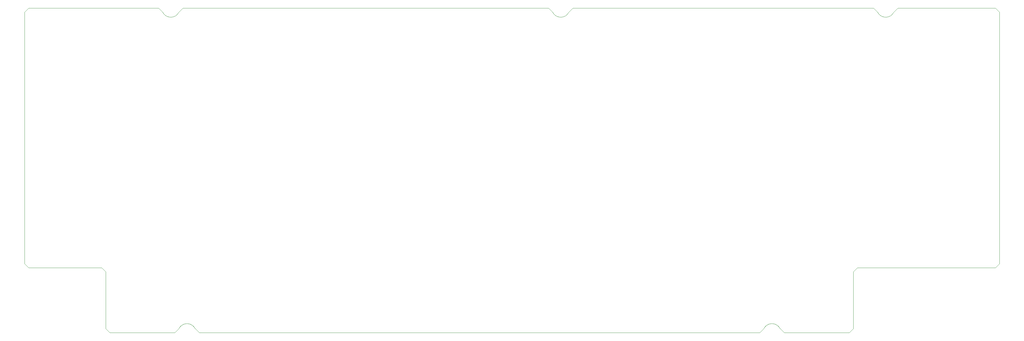
<source format=gbr>
%TF.GenerationSoftware,KiCad,Pcbnew,(7.0.0)*%
%TF.CreationDate,2023-06-17T11:14:13+09:00*%
%TF.ProjectId,Cr0wn60,43723077-6e36-4302-9e6b-696361645f70,rev?*%
%TF.SameCoordinates,Original*%
%TF.FileFunction,Profile,NP*%
%FSLAX46Y46*%
G04 Gerber Fmt 4.6, Leading zero omitted, Abs format (unit mm)*
G04 Created by KiCad (PCBNEW (7.0.0)) date 2023-06-17 11:14:13*
%MOMM*%
%LPD*%
G01*
G04 APERTURE LIST*
%TA.AperFunction,Profile*%
%ADD10C,0.100000*%
%TD*%
G04 APERTURE END LIST*
D10*
X145256250Y8334375D02*
X146446875Y9525000D01*
X241696875Y9525000D02*
X240506250Y8334375D01*
X201215625Y-85725000D02*
X202406250Y-84534375D01*
X8334375Y-66675000D02*
X-13096875Y-66675000D01*
X32146875Y9525000D02*
X139303125Y9525000D01*
X270271875Y-66675000D02*
X229790625Y-66675000D01*
X140493750Y8334375D02*
X139303125Y9525000D01*
X228600000Y-84534375D02*
X227409375Y-85725000D01*
X229790625Y-66675000D02*
X228600000Y-67865625D01*
X241696875Y9525000D02*
X270271875Y9525000D01*
X29765625Y-85725000D02*
X30956250Y-84534375D01*
X26193751Y8334375D02*
G75*
G03*
X30956249Y8334375I2381249J1190626D01*
G01*
X35718750Y-84534375D02*
X36909375Y-85725000D01*
X228600000Y-67865625D02*
X228600000Y-84534375D01*
X207168749Y-84534375D02*
G75*
G03*
X202406251Y-84534375I-2381249J-1190626D01*
G01*
X-14287500Y-65484375D02*
X-14287500Y8334375D01*
X35718749Y-84534375D02*
G75*
G03*
X30956251Y-84534375I-2381249J-1190626D01*
G01*
X9525000Y-67865625D02*
X8334375Y-66675000D01*
X29765625Y-85725000D02*
X10715625Y-85725000D01*
X271462500Y8334375D02*
X271462500Y-65484375D01*
X146446875Y9525000D02*
X234553125Y9525000D01*
X25003125Y9525000D02*
X26193750Y8334375D01*
X234553125Y9525000D02*
X235743750Y8334375D01*
X270271875Y9525000D02*
X271462500Y8334375D01*
X271462500Y-65484375D02*
X270271875Y-66675000D01*
X201215625Y-85725000D02*
X36909375Y-85725000D01*
X235743751Y8334375D02*
G75*
G03*
X240506249Y8334375I2381249J1190626D01*
G01*
X10715625Y-85725000D02*
X9525000Y-84534375D01*
X140493751Y8334375D02*
G75*
G03*
X145256249Y8334375I2381249J1190626D01*
G01*
X207168750Y-84534375D02*
X208359375Y-85725000D01*
X-13096875Y9525000D02*
X25003125Y9525000D01*
X227409375Y-85725000D02*
X208359375Y-85725000D01*
X-13096875Y-66675000D02*
X-14287500Y-65484375D01*
X30956250Y8334375D02*
X32146875Y9525000D01*
X-14287500Y8334375D02*
X-13096875Y9525000D01*
X9525000Y-84534375D02*
X9525000Y-67865625D01*
M02*

</source>
